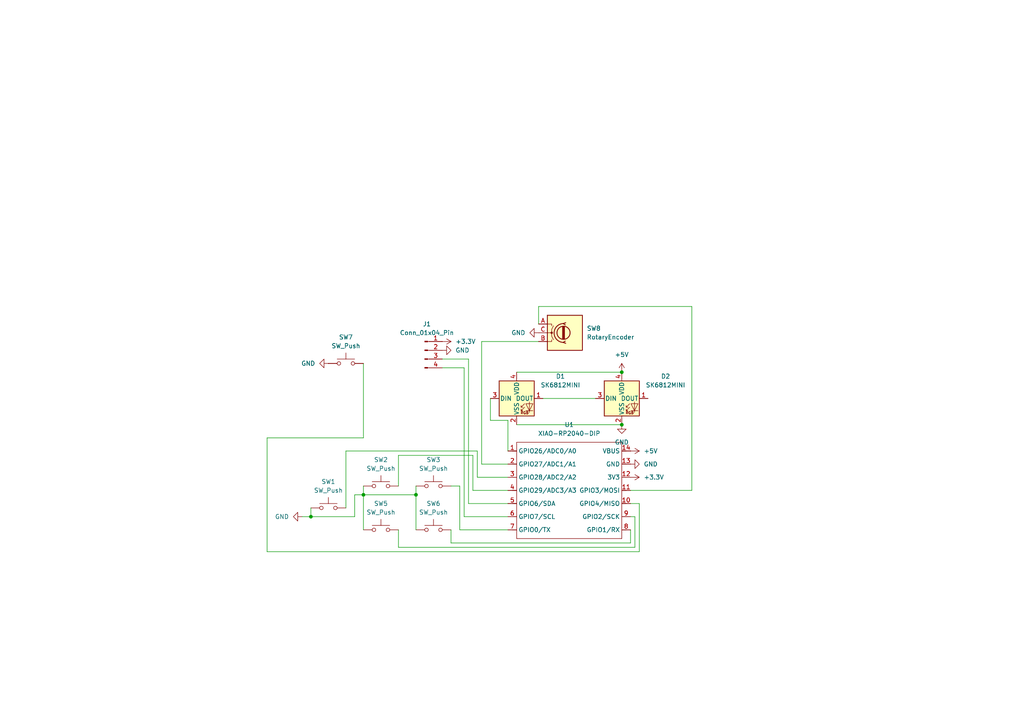
<source format=kicad_sch>
(kicad_sch (version 20250114) (generator "eeschema") (generator_version "9.0")
  (paper "A4")
  (lib_symbols
    (symbol "Connector:Conn_01x04_Pin" (pin_names (offset 1.016) (hide yes))
      (property "Reference" "J" (at 0 5.08 0))
      (property "Value" "Conn_01x04_Pin" (at 0 -7.62 0))
      (symbol "Conn_01x04_Pin_1_1"
        (rectangle (start 0.8636 2.667) (end 0 2.413) (stroke (width 0.1524)) (fill (type outline)))
        (rectangle (start 0.8636 0.127) (end 0 -0.127) (stroke (width 0.1524)) (fill (type outline)))
        (rectangle (start 0.8636 -2.413) (end 0 -2.667) (stroke (width 0.1524)) (fill (type outline)))
        (rectangle (start 0.8636 -4.953) (end 0 -5.207) (stroke (width 0.1524)) (fill (type outline)))
        (polyline (pts (xy 1.27 2.54) (xy 0.8636 2.54)) (stroke (width 0.1524)))
        (polyline (pts (xy 1.27 0) (xy 0.8636 0)) (stroke (width 0.1524)))
        (polyline (pts (xy 1.27 -2.54) (xy 0.8636 -2.54)) (stroke (width 0.1524)))
        (polyline (pts (xy 1.27 -5.08) (xy 0.8636 -5.08)) (stroke (width 0.1524)))
        (pin passive line (at 5.08 2.54 180) (length 3.81) (name "Pin_1") (number "1"))
        (pin passive line (at 5.08 0 180) (length 3.81) (name "Pin_2") (number "2"))
        (pin passive line (at 5.08 -2.54 180) (length 3.81) (name "Pin_3") (number "3"))
        (pin passive line (at 5.08 -5.08 180) (length 3.81) (name "Pin_4") (number "4"))
      )
    )
    (symbol "Device:RotaryEncoder" (pin_names (offset 0.254) (hide yes))
      (property "Reference" "SW" (at 0 6.604 0))
      (property "Value" "RotaryEncoder" (at 0 -6.604 0))
      (symbol "RotaryEncoder_0_1"
        (rectangle (start -5.08 5.08) (end 5.08 -5.08) (stroke (width 0.254)) (fill (type background)))
        (polyline (pts (xy -5.08 2.54) (xy -3.81 2.54) (xy -3.81 2.032)))
        (polyline (pts (xy -5.08 0) (xy -3.81 0) (xy -3.81 -1.016) (xy -3.302 -2.032)))
        (polyline (pts (xy -5.08 -2.54) (xy -3.81 -2.54) (xy -3.81 -2.032)))
        (polyline (pts (xy -4.318 0) (xy -3.81 0) (xy -3.81 1.016) (xy -3.302 2.032)))
        (circle (center -3.81 0) (radius 0.254) (fill (type outline)))
        (polyline (pts (xy -0.635 -1.778) (xy -0.635 1.778)) (stroke (width 0.254)))
        (circle (center -0.381 0) (radius 1.905) (stroke (width 0.254)))
        (polyline (pts (xy -0.381 -1.778) (xy -0.381 1.778)) (stroke (width 0.254)))
        (arc (start -0.381 -2.794) (mid -3.0988 -0.0635) (end -0.381 2.667) (stroke (width 0.254)))
        (polyline (pts (xy -0.127 1.778) (xy -0.127 -1.778)) (stroke (width 0.254)))
        (polyline (pts (xy 0.254 2.921) (xy -0.508 2.667) (xy 0.127 2.286)) (stroke (width 0.254)))
        (polyline (pts (xy 0.254 -3.048) (xy -0.508 -2.794) (xy 0.127 -2.413)) (stroke (width 0.254)))
      )
      (symbol "RotaryEncoder_1_1"
        (pin passive line (at -7.62 2.54 0) (length 2.54) (name "A") (number "A"))
        (pin passive line (at -7.62 0 0) (length 2.54) (name "C") (number "C"))
        (pin passive line (at -7.62 -2.54 0) (length 2.54) (name "B") (number "B"))
      )
    )
    (symbol "LED:SK6812MINI" (pin_names (offset 0.254))
      (property "Reference" "D" (at 5.08 5.715 0))
      (property "Value" "SK6812MINI" (at 1.27 -5.715 0))
      (symbol "SK6812MINI_0_0"
        (text "RGB" (at 2.286 -4.191 0) (effects (font (size 0.762 0.762))))
      )
      (symbol "SK6812MINI_0_1"
        (polyline (pts (xy 1.27 -2.54) (xy 1.778 -2.54)))
        (polyline (pts (xy 1.27 -3.556) (xy 1.778 -3.556)))
        (polyline (pts (xy 2.286 -1.524) (xy 1.27 -2.54) (xy 1.27 -2.032)))
        (polyline (pts (xy 2.286 -2.54) (xy 1.27 -3.556) (xy 1.27 -3.048)))
        (polyline (pts (xy 3.683 -1.016) (xy 3.683 -3.556) (xy 3.683 -4.064)))
        (polyline (pts (xy 4.699 -1.524) (xy 2.667 -1.524) (xy 3.683 -3.556) (xy 4.699 -1.524)))
        (polyline (pts (xy 4.699 -3.556) (xy 2.667 -3.556)))
        (rectangle (start 5.08 5.08) (end -5.08 -5.08) (stroke (width 0.254)) (fill (type background)))
      )
      (symbol "SK6812MINI_1_1"
        (pin input line (at -7.62 0 0) (length 2.54) (name "DIN") (number "3"))
        (pin power_in line (at 0 7.62 270) (length 2.54) (name "VDD") (number "4"))
        (pin power_in line (at 0 -7.62 90) (length 2.54) (name "VSS") (number "2"))
        (pin output line (at 7.62 0 180) (length 2.54) (name "DOUT") (number "1"))
      )
    )
    (symbol "OPL:XIAO-RP2040-DIP"
      (property "Reference" "U" (at 0 0 0))
      (property "Value" "XIAO-RP2040-DIP" (at 5.334 -1.778 0))
      (symbol "XIAO-RP2040-DIP_1_0"
        (polyline (pts (xy -1.27 -2.54) (xy 29.21 -2.54)) (stroke (width 0.1524)))
        (polyline (pts (xy -1.27 -5.08) (xy -2.54 -5.08)) (stroke (width 0.1524)))
        (polyline (pts (xy -1.27 -5.08) (xy -1.27 -2.54)) (stroke (width 0.1524)))
        (polyline (pts (xy -1.27 -8.89) (xy -2.54 -8.89)) (stroke (width 0.1524)))
        (polyline (pts (xy -1.27 -8.89) (xy -1.27 -5.08)) (stroke (width 0.1524)))
        (polyline (pts (xy -1.27 -12.7) (xy -2.54 -12.7)) (stroke (width 0.1524)))
        (polyline (pts (xy -1.27 -12.7) (xy -1.27 -8.89)) (stroke (width 0.1524)))
        (polyline (pts (xy -1.27 -16.51) (xy -2.54 -16.51)) (stroke (width 0.1524)))
        (polyline (pts (xy -1.27 -16.51) (xy -1.27 -12.7)) (stroke (width 0.1524)))
        (polyline (pts (xy -1.27 -20.32) (xy -2.54 -20.32)) (stroke (width 0.1524)))
        (polyline (pts (xy -1.27 -24.13) (xy -2.54 -24.13)) (stroke (width 0.1524)))
        (polyline (pts (xy -1.27 -27.94) (xy -2.54 -27.94)) (stroke (width 0.1524)))
        (polyline (pts (xy -1.27 -30.48) (xy -1.27 -16.51)) (stroke (width 0.1524)))
        (polyline (pts (xy 29.21 -2.54) (xy 29.21 -5.08)) (stroke (width 0.1524)))
        (polyline (pts (xy 29.21 -5.08) (xy 29.21 -8.89)) (stroke (width 0.1524)))
        (polyline (pts (xy 29.21 -8.89) (xy 29.21 -12.7)) (stroke (width 0.1524)))
        (polyline (pts (xy 29.21 -12.7) (xy 29.21 -30.48)) (stroke (width 0.1524)))
        (polyline (pts (xy 29.21 -30.48) (xy -1.27 -30.48)) (stroke (width 0.1524)))
        (polyline (pts (xy 30.48 -5.08) (xy 29.21 -5.08)) (stroke (width 0.1524)))
        (polyline (pts (xy 30.48 -8.89) (xy 29.21 -8.89)) (stroke (width 0.1524)))
        (polyline (pts (xy 30.48 -12.7) (xy 29.21 -12.7)) (stroke (width 0.1524)))
        (polyline (pts (xy 30.48 -16.51) (xy 29.21 -16.51)) (stroke (width 0.1524)))
        (polyline (pts (xy 30.48 -20.32) (xy 29.21 -20.32)) (stroke (width 0.1524)))
        (polyline (pts (xy 30.48 -24.13) (xy 29.21 -24.13)) (stroke (width 0.1524)))
        (polyline (pts (xy 30.48 -27.94) (xy 29.21 -27.94)) (stroke (width 0.1524)))
        (pin passive line (at -3.81 -5.08 0) (length 2.54) (name "GPIO26/ADC0/A0") (number "1"))
        (pin passive line (at -3.81 -8.89 0) (length 2.54) (name "GPIO27/ADC1/A1") (number "2"))
        (pin passive line (at -3.81 -12.7 0) (length 2.54) (name "GPIO28/ADC2/A2") (number "3"))
        (pin passive line (at -3.81 -16.51 0) (length 2.54) (name "GPIO29/ADC3/A3") (number "4"))
        (pin passive line (at -3.81 -20.32 0) (length 2.54) (name "GPIO6/SDA") (number "5"))
        (pin passive line (at -3.81 -24.13 0) (length 2.54) (name "GPIO7/SCL") (number "6"))
        (pin passive line (at -3.81 -27.94 0) (length 2.54) (name "GPIO0/TX") (number "7"))
        (pin passive line (at 31.75 -5.08 180) (length 2.54) (name "VBUS") (number "14"))
        (pin passive line (at 31.75 -8.89 180) (length 2.54) (name "GND") (number "13"))
        (pin passive line (at 31.75 -12.7 180) (length 2.54) (name "3V3") (number "12"))
        (pin passive line (at 31.75 -16.51 180) (length 2.54) (name "GPIO3/MOSI") (number "11"))
        (pin passive line (at 31.75 -20.32 180) (length 2.54) (name "GPIO4/MISO") (number "10"))
        (pin passive line (at 31.75 -24.13 180) (length 2.54) (name "GPIO2/SCK") (number "9"))
        (pin passive line (at 31.75 -27.94 180) (length 2.54) (name "GPIO1/RX") (number "8"))
      )
    )
    (symbol "Switch:SW_Push" (pin_numbers (hide yes)) (pin_names (offset 1.016) (hide yes))
      (property "Reference" "SW" (at 1.27 2.54 0))
      (property "Value" "SW_Push" (at 0 -1.524 0))
      (symbol "SW_Push_0_1"
        (circle (center -2.032 0) (radius 0.508))
        (polyline (pts (xy 0 1.27) (xy 0 3.048)))
        (circle (center 2.032 0) (radius 0.508))
        (polyline (pts (xy 2.54 1.27) (xy -2.54 1.27)))
        (pin passive line (at -5.08 0 0) (length 2.54) (name "1") (number "1"))
        (pin passive line (at 5.08 0 180) (length 2.54) (name "2") (number "2"))
      )
    )
    (symbol "power:+3.3V" (power) (pin_numbers (hide yes)) (pin_names (offset 0) (hide yes))
      (property "Value" "+3.3V" (at 0 3.556 0))
      (symbol "+3.3V_0_1"
        (polyline (pts (xy -0.762 1.27) (xy 0 2.54)))
        (polyline (pts (xy 0 2.54) (xy 0.762 1.27)))
        (polyline (pts (xy 0 0) (xy 0 2.54)))
      )
      (symbol "+3.3V_1_1"
        (pin power_in line (at 0 0 90) (length 0) (name "~") (number "1"))
      )
    )
    (symbol "power:+5V" (power) (pin_numbers (hide yes)) (pin_names (offset 0) (hide yes))
      (property "Value" "+5V" (at 0 3.556 0))
      (symbol "+5V_0_1"
        (polyline (pts (xy -0.762 1.27) (xy 0 2.54)))
        (polyline (pts (xy 0 2.54) (xy 0.762 1.27)))
        (polyline (pts (xy 0 0) (xy 0 2.54)))
      )
      (symbol "+5V_1_1"
        (pin power_in line (at 0 0 90) (length 0) (name "~") (number "1"))
      )
    )
    (symbol "power:GND" (power) (pin_numbers (hide yes)) (pin_names (offset 0) (hide yes))
      (property "Value" "GND" (at 0 -3.81 0))
      (symbol "GND_0_1"
        (polyline (pts (xy 0 0) (xy 0 -1.27) (xy 1.27 -1.27) (xy 0 -2.54) (xy -1.27 -1.27) (xy 0 -1.27)))
      )
      (symbol "GND_1_1"
        (pin power_in line (at 0 0 270) (length 0) (name "~") (number "1"))
      )
    )
  )
  (junction (at 180.34 107.95))
  (junction (at 180.34 123.19))
  (junction (at 90.17 149.86))
  (junction (at 120.65 143.51))
  (junction (at 105.41 143.51))
  (wire (pts (xy 147.32 149.86) (xy 134.62 149.86)))
  (wire (pts (xy 135.89 104.14) (xy 135.89 146.05)))
  (wire (pts (xy 134.62 149.86) (xy 134.62 106.68)))
  (wire (pts (xy 115.57 132.08) (xy 137.16 132.08)))
  (wire (pts (xy 102.87 143.51) (xy 105.41 143.51)))
  (wire (pts (xy 130.81 157.48) (xy 182.88 157.48)))
  (wire (pts (xy 147.32 134.62) (xy 139.7 134.62)))
  (wire (pts (xy 77.47 127) (xy 105.41 127)))
  (wire (pts (xy 149.86 107.95) (xy 180.34 107.95)))
  (wire (pts (xy 137.16 142.24) (xy 147.32 142.24)))
  (wire (pts (xy 134.62 106.68) (xy 128.27 106.68)))
  (wire (pts (xy 182.88 142.24) (xy 200.66 142.24)))
  (wire (pts (xy 184.15 158.75) (xy 115.57 158.75)))
  (wire (pts (xy 133.35 140.97) (xy 130.81 140.97)))
  (wire (pts (xy 185.42 146.05) (xy 185.42 160.02)))
  (wire (pts (xy 105.41 143.51) (xy 105.41 153.67)))
  (wire (pts (xy 115.57 158.75) (xy 115.57 153.67)))
  (wire (pts (xy 200.66 142.24) (xy 200.66 88.9)))
  (wire (pts (xy 120.65 140.97) (xy 120.65 143.51)))
  (wire (pts (xy 182.88 149.86) (xy 184.15 149.86)))
  (wire (pts (xy 105.41 127) (xy 105.41 105.41)))
  (wire (pts (xy 128.27 104.14) (xy 135.89 104.14)))
  (wire (pts (xy 100.33 130.81) (xy 138.43 130.81)))
  (wire (pts (xy 130.81 153.67) (xy 130.81 157.48)))
  (wire (pts (xy 139.7 99.06) (xy 156.21 99.06)))
  (wire (pts (xy 147.32 130.81) (xy 147.32 121.92)))
  (wire (pts (xy 105.41 143.51) (xy 120.65 143.51)))
  (wire (pts (xy 156.21 88.9) (xy 156.21 93.98)))
  (wire (pts (xy 139.7 134.62) (xy 139.7 99.06)))
  (wire (pts (xy 90.17 149.86) (xy 90.17 147.32)))
  (wire (pts (xy 185.42 160.02) (xy 77.47 160.02)))
  (wire (pts (xy 147.32 153.67) (xy 133.35 153.67)))
  (wire (pts (xy 142.24 121.92) (xy 142.24 115.57)))
  (wire (pts (xy 115.57 140.97) (xy 115.57 132.08)))
  (wire (pts (xy 137.16 132.08) (xy 137.16 142.24)))
  (wire (pts (xy 105.41 140.97) (xy 105.41 143.51)))
  (wire (pts (xy 133.35 153.67) (xy 133.35 140.97)))
  (wire (pts (xy 149.86 123.19) (xy 180.34 123.19)))
  (wire (pts (xy 138.43 138.43) (xy 147.32 138.43)))
  (wire (pts (xy 147.32 121.92) (xy 142.24 121.92)))
  (wire (pts (xy 120.65 143.51) (xy 120.65 153.67)))
  (wire (pts (xy 100.33 147.32) (xy 100.33 130.81)))
  (wire (pts (xy 135.89 146.05) (xy 147.32 146.05)))
  (wire (pts (xy 182.88 146.05) (xy 185.42 146.05)))
  (wire (pts (xy 184.15 149.86) (xy 184.15 158.75)))
  (wire (pts (xy 102.87 143.51) (xy 102.87 149.86)))
  (wire (pts (xy 102.87 149.86) (xy 90.17 149.86)))
  (wire (pts (xy 77.47 160.02) (xy 77.47 127)))
  (wire (pts (xy 87.63 149.86) (xy 90.17 149.86)))
  (wire (pts (xy 157.48 115.57) (xy 172.72 115.57)))
  (wire (pts (xy 138.43 130.81) (xy 138.43 138.43)))
  (wire (pts (xy 200.66 88.9) (xy 156.21 88.9)))
  (wire (pts (xy 182.88 153.67) (xy 182.88 157.48)))
  (symbol (lib_id "power:+5V") (at 180.34 107.95 0) (unit 1)
    (property "Reference" "#PWR04" (effects (hide yes)))
    (property "Value" "+5V" (at 180.34 102.87 0))
    (property "Description" "Power symbol creates a global label with name \"+5V\"" (effects (hide yes)))
  )
  (symbol (lib_id "power:+3.3V") (at 128.27 99.06 270) (unit 1)
    (property "Reference" "#PWR08" (effects (hide yes)))
    (property "Value" "+3.3V" (at 132.08 99.0599 90) (effects (justify left)))
    (property "Description" "Power symbol creates a global label with name \"+3.3V\"" (effects (hide yes)))
  )
  (symbol (lib_id "Switch:SW_Push") (at 125.73 153.67 0) (unit 1)
    (property "Reference" "SW6" (at 125.73 146.05 0))
    (property "Value" "SW_Push" (at 125.73 148.59 0))
    (property "Footprint" "Button_Switch_Keyboard:SW_Cherry_MX_1.00u_PCB" (effects (hide yes)))
    (property "Description" "Push button switch, generic, two pins" (effects (hide yes)))
  )
  (symbol (lib_id "Switch:SW_Push") (at 100.33 105.41 0) (unit 1)
    (property "Reference" "SW7" (at 100.33 97.79 0))
    (property "Value" "SW_Push" (at 100.33 100.33 0))
    (property "Footprint" "Button_Switch_Keyboard:SW_Cherry_MX_1.00u_PCB" (effects (hide yes)))
    (property "Description" "Push button switch, generic, two pins" (effects (hide yes)))
  )
  (symbol (lib_id "power:+3.3V") (at 182.88 138.43 270) (unit 1)
    (property "Reference" "#PWR010" (effects (hide yes)))
    (property "Value" "+3.3V" (at 186.69 138.4299 90) (effects (justify left)))
    (property "Description" "Power symbol creates a global label with name \"+3.3V\"" (effects (hide yes)))
  )
  (symbol (lib_id "LED:SK6812MINI") (at 180.34 115.57 0) (unit 1)
    (property "Reference" "D2" (at 193.04 109.1498 0))
    (property "Value" "SK6812MINI" (at 193.04 111.6898 0))
    (property "Footprint" "LED_SMD:LED_SK6812MINI_PLCC4_3.5x3.5mm_P1.75mm" (effects (hide yes)))
    (property "Datasheet" "https://cdn-shop.adafruit.com/product-files/2686/SK6812MINI_REV.01-1-2.pdf" (effects (hide yes)))
    (property "Description" "RGB LED with integrated controller" (effects (hide yes)))
  )
  (symbol (lib_id "power:+5V") (at 182.88 130.81 270) (unit 1)
    (property "Reference" "#PWR03" (effects (hide yes)))
    (property "Value" "+5V" (at 186.69 130.8099 90) (effects (justify left)))
    (property "Description" "Power symbol creates a global label with name \"+5V\"" (effects (hide yes)))
  )
  (symbol (lib_id "Switch:SW_Push") (at 95.25 147.32 0) (unit 1)
    (property "Reference" "SW1" (at 95.25 139.7 0))
    (property "Value" "SW_Push" (at 95.25 142.24 0))
    (property "Footprint" "Button_Switch_Keyboard:SW_Cherry_MX_1.00u_PCB" (effects (hide yes)))
    (property "Description" "Push button switch, generic, two pins" (effects (hide yes)))
  )
  (symbol (lib_id "power:GND") (at 128.27 101.6 90) (unit 1)
    (property "Reference" "#PWR07" (effects (hide yes)))
    (property "Value" "GND" (at 132.08 101.5999 90) (effects (justify right)))
    (property "Description" "Power symbol creates a global label with name \"GND\" , ground" (effects (hide yes)))
  )
  (symbol (lib_id "Switch:SW_Push") (at 125.73 140.97 0) (unit 1)
    (property "Reference" "SW3" (at 125.73 133.35 0))
    (property "Value" "SW_Push" (at 125.73 135.89 0))
    (property "Footprint" "Button_Switch_Keyboard:SW_Cherry_MX_1.00u_PCB" (effects (hide yes)))
    (property "Description" "Push button switch, generic, two pins" (effects (hide yes)))
  )
  (symbol (lib_id "OPL:XIAO-RP2040-DIP") (at 151.13 125.73 0) (unit 1)
    (property "Reference" "U1" (at 165.1 123.19 0))
    (property "Value" "XIAO-RP2040-DIP" (at 165.1 125.73 0))
    (property "Footprint" "OPL:XIAO-RP2040-DIP" (effects (hide yes)))
  )
  (symbol (lib_id "power:GND") (at 182.88 134.62 90) (unit 1)
    (property "Reference" "#PWR02" (effects (hide yes)))
    (property "Value" "GND" (at 186.69 134.6199 90) (effects (justify right)))
    (property "Description" "Power symbol creates a global label with name \"GND\" , ground" (effects (hide yes)))
  )
  (symbol (lib_id "power:GND") (at 180.34 123.19 0) (unit 1)
    (property "Reference" "#PWR05" (effects (hide yes)))
    (property "Value" "GND" (at 180.34 128.27 0))
    (property "Description" "Power symbol creates a global label with name \"GND\" , ground" (effects (hide yes)))
  )
  (symbol (lib_id "LED:SK6812MINI") (at 149.86 115.57 0) (unit 1)
    (property "Reference" "D1" (at 162.56 109.1498 0))
    (property "Value" "SK6812MINI" (at 162.56 111.6898 0))
    (property "Footprint" "LED_SMD:LED_SK6812MINI_PLCC4_3.5x3.5mm_P1.75mm" (effects (hide yes)))
    (property "Datasheet" "https://cdn-shop.adafruit.com/product-files/2686/SK6812MINI_REV.01-1-2.pdf" (effects (hide yes)))
    (property "Description" "RGB LED with integrated controller" (effects (hide yes)))
  )
  (symbol (lib_id "Switch:SW_Push") (at 110.49 140.97 0) (unit 1)
    (property "Reference" "SW2" (at 110.49 133.35 0))
    (property "Value" "SW_Push" (at 110.49 135.89 0))
    (property "Footprint" "Button_Switch_Keyboard:SW_Cherry_MX_1.00u_PCB" (effects (hide yes)))
    (property "Description" "Push button switch, generic, two pins" (effects (hide yes)))
  )
  (symbol (lib_id "power:GND") (at 87.63 149.86 270) (unit 1)
    (property "Reference" "#PWR01" (effects (hide yes)))
    (property "Value" "GND" (at 83.82 149.8599 90) (effects (justify right)))
    (property "Description" "Power symbol creates a global label with name \"GND\" , ground" (effects (hide yes)))
  )
  (symbol (lib_id "power:GND") (at 156.21 96.52 270) (unit 1)
    (property "Reference" "#PWR09" (effects (hide yes)))
    (property "Value" "GND" (at 152.4 96.5199 90) (effects (justify right)))
    (property "Description" "Power symbol creates a global label with name \"GND\" , ground" (effects (hide yes)))
  )
  (symbol (lib_id "power:GND") (at 95.25 105.41 270) (unit 1)
    (property "Reference" "#PWR06" (effects (hide yes)))
    (property "Value" "GND" (at 91.44 105.4099 90) (effects (justify right)))
    (property "Description" "Power symbol creates a global label with name \"GND\" , ground" (effects (hide yes)))
  )
  (symbol (lib_id "Connector:Conn_01x04_Pin") (at 123.19 101.6 0) (unit 1)
    (property "Reference" "J1" (at 123.825 93.98 0))
    (property "Value" "Conn_01x04_Pin" (at 123.825 96.52 0))
    (property "Footprint" "KiCad-SSD1306-0.91-OLED-4pin-128x32.pretty-master:SSD1306-0.91-OLED-4pin-128x32" (effects (hide yes)))
    (property "Description" "Generic connector, single row, 01x04, script generated" (effects (hide yes)))
  )
  (symbol (lib_id "Switch:SW_Push") (at 110.49 153.67 0) (unit 1)
    (property "Reference" "SW5" (at 110.49 146.05 0))
    (property "Value" "SW_Push" (at 110.49 148.59 0))
    (property "Footprint" "Button_Switch_Keyboard:SW_Cherry_MX_1.00u_PCB" (effects (hide yes)))
    (property "Description" "Push button switch, generic, two pins" (effects (hide yes)))
  )
  (symbol (lib_id "Device:RotaryEncoder") (at 163.83 96.52 0) (unit 1)
    (property "Reference" "SW8" (at 170.18 95.2499 0) (effects (justify left)))
    (property "Value" "RotaryEncoder" (at 170.18 97.7899 0) (effects (justify left)))
    (property "Footprint" "Rotary_Encoder:RotaryEncoder_Alps_EC11E-Switch_Vertical_H20mm" (effects (hide yes)))
    (property "Description" "Rotary encoder, dual channel, incremental quadrate outputs" (effects (hide yes)))
  )
)
</source>
